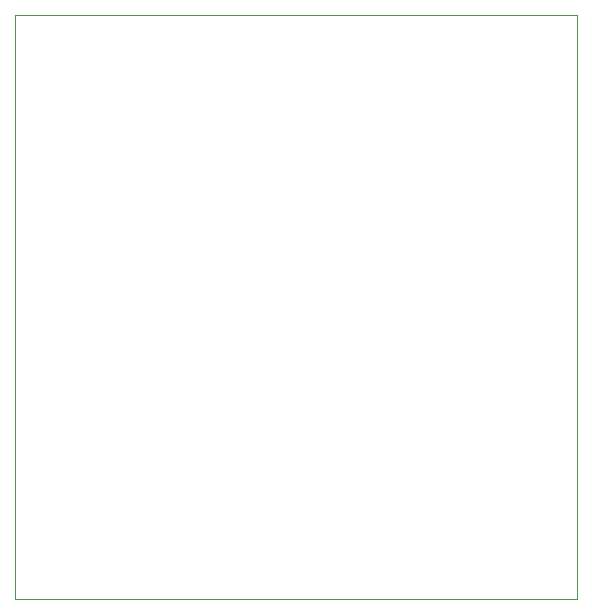
<source format=gbr>
G04 (created by PCBNEW (2013-07-07 BZR 4022)-stable) date 24/04/2015 17:20:23*
%MOIN*%
G04 Gerber Fmt 3.4, Leading zero omitted, Abs format*
%FSLAX34Y34*%
G01*
G70*
G90*
G04 APERTURE LIST*
%ADD10C,0.00590551*%
%ADD11C,0.00393701*%
G04 APERTURE END LIST*
G54D10*
G54D11*
X60236Y-46456D02*
X41490Y-46456D01*
X60236Y-65910D02*
X60236Y-46456D01*
X41490Y-65910D02*
X60236Y-65910D01*
X41490Y-46456D02*
X41490Y-65910D01*
M02*

</source>
